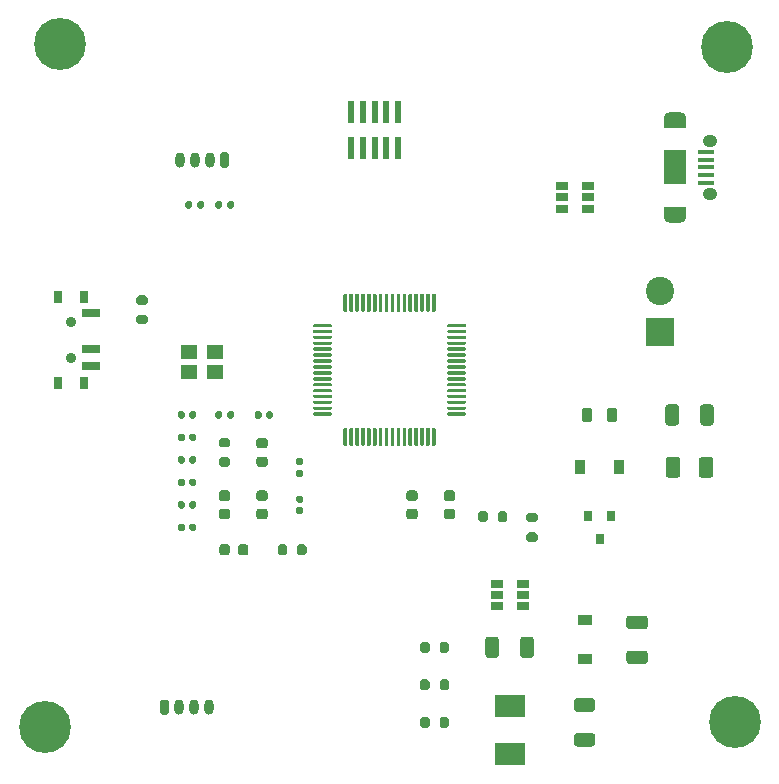
<source format=gbr>
%TF.GenerationSoftware,KiCad,Pcbnew,(5.1.9)-1*%
%TF.CreationDate,2021-05-06T02:52:03-06:00*%
%TF.ProjectId,stm32 design,73746d33-3220-4646-9573-69676e2e6b69,rev?*%
%TF.SameCoordinates,Original*%
%TF.FileFunction,Soldermask,Top*%
%TF.FilePolarity,Negative*%
%FSLAX46Y46*%
G04 Gerber Fmt 4.6, Leading zero omitted, Abs format (unit mm)*
G04 Created by KiCad (PCBNEW (5.1.9)-1) date 2021-05-06 02:52:03*
%MOMM*%
%LPD*%
G01*
G04 APERTURE LIST*
%ADD10O,1.250000X1.050000*%
%ADD11R,1.350000X0.400000*%
%ADD12O,1.900000X1.000000*%
%ADD13R,1.900000X2.900000*%
%ADD14R,1.900000X0.875000*%
%ADD15R,0.900000X1.200000*%
%ADD16R,1.200000X0.900000*%
%ADD17C,0.700000*%
%ADD18C,4.400000*%
%ADD19R,2.400000X2.400000*%
%ADD20C,2.400000*%
%ADD21R,0.500000X1.850000*%
%ADD22O,0.800000X1.300000*%
%ADD23R,2.500000X1.900000*%
%ADD24R,0.800000X0.900000*%
%ADD25C,0.900000*%
%ADD26R,1.500000X0.700000*%
%ADD27R,0.800000X1.000000*%
%ADD28R,1.060000X0.650000*%
%ADD29R,1.400000X1.200000*%
G04 APERTURE END LIST*
D10*
%TO.C,J2*%
X168100000Y-58100000D03*
D11*
X167775000Y-59025000D03*
X167775000Y-59675000D03*
X167775000Y-60325000D03*
X167775000Y-61625000D03*
D10*
X168100000Y-62550000D03*
D12*
X165100000Y-56150000D03*
X165100000Y-64500000D03*
D11*
X167775000Y-60975000D03*
D13*
X165100000Y-60325000D03*
D14*
X165100000Y-64062500D03*
X165100000Y-56587500D03*
%TD*%
%TO.C,C1*%
G36*
G01*
X130530000Y-81450000D02*
X130530000Y-81110000D01*
G75*
G02*
X130670000Y-80970000I140000J0D01*
G01*
X130950000Y-80970000D01*
G75*
G02*
X131090000Y-81110000I0J-140000D01*
G01*
X131090000Y-81450000D01*
G75*
G02*
X130950000Y-81590000I-140000J0D01*
G01*
X130670000Y-81590000D01*
G75*
G02*
X130530000Y-81450000I0J140000D01*
G01*
G37*
G36*
G01*
X129570000Y-81450000D02*
X129570000Y-81110000D01*
G75*
G02*
X129710000Y-80970000I140000J0D01*
G01*
X129990000Y-80970000D01*
G75*
G02*
X130130000Y-81110000I0J-140000D01*
G01*
X130130000Y-81450000D01*
G75*
G02*
X129990000Y-81590000I-140000J0D01*
G01*
X129710000Y-81590000D01*
G75*
G02*
X129570000Y-81450000I0J140000D01*
G01*
G37*
%TD*%
%TO.C,C2*%
G36*
G01*
X127250000Y-88575000D02*
X126750000Y-88575000D01*
G75*
G02*
X126525000Y-88350000I0J225000D01*
G01*
X126525000Y-87900000D01*
G75*
G02*
X126750000Y-87675000I225000J0D01*
G01*
X127250000Y-87675000D01*
G75*
G02*
X127475000Y-87900000I0J-225000D01*
G01*
X127475000Y-88350000D01*
G75*
G02*
X127250000Y-88575000I-225000J0D01*
G01*
G37*
G36*
G01*
X127250000Y-90125000D02*
X126750000Y-90125000D01*
G75*
G02*
X126525000Y-89900000I0J225000D01*
G01*
X126525000Y-89450000D01*
G75*
G02*
X126750000Y-89225000I225000J0D01*
G01*
X127250000Y-89225000D01*
G75*
G02*
X127475000Y-89450000I0J-225000D01*
G01*
X127475000Y-89900000D01*
G75*
G02*
X127250000Y-90125000I-225000J0D01*
G01*
G37*
%TD*%
%TO.C,C3*%
G36*
G01*
X124585000Y-81110000D02*
X124585000Y-81450000D01*
G75*
G02*
X124445000Y-81590000I-140000J0D01*
G01*
X124165000Y-81590000D01*
G75*
G02*
X124025000Y-81450000I0J140000D01*
G01*
X124025000Y-81110000D01*
G75*
G02*
X124165000Y-80970000I140000J0D01*
G01*
X124445000Y-80970000D01*
G75*
G02*
X124585000Y-81110000I0J-140000D01*
G01*
G37*
G36*
G01*
X123625000Y-81110000D02*
X123625000Y-81450000D01*
G75*
G02*
X123485000Y-81590000I-140000J0D01*
G01*
X123205000Y-81590000D01*
G75*
G02*
X123065000Y-81450000I0J140000D01*
G01*
X123065000Y-81110000D01*
G75*
G02*
X123205000Y-80970000I140000J0D01*
G01*
X123485000Y-80970000D01*
G75*
G02*
X123625000Y-81110000I0J-140000D01*
G01*
G37*
%TD*%
%TO.C,C4*%
G36*
G01*
X124025000Y-85260000D02*
X124025000Y-84920000D01*
G75*
G02*
X124165000Y-84780000I140000J0D01*
G01*
X124445000Y-84780000D01*
G75*
G02*
X124585000Y-84920000I0J-140000D01*
G01*
X124585000Y-85260000D01*
G75*
G02*
X124445000Y-85400000I-140000J0D01*
G01*
X124165000Y-85400000D01*
G75*
G02*
X124025000Y-85260000I0J140000D01*
G01*
G37*
G36*
G01*
X123065000Y-85260000D02*
X123065000Y-84920000D01*
G75*
G02*
X123205000Y-84780000I140000J0D01*
G01*
X123485000Y-84780000D01*
G75*
G02*
X123625000Y-84920000I0J-140000D01*
G01*
X123625000Y-85260000D01*
G75*
G02*
X123485000Y-85400000I-140000J0D01*
G01*
X123205000Y-85400000D01*
G75*
G02*
X123065000Y-85260000I0J140000D01*
G01*
G37*
%TD*%
%TO.C,C5*%
G36*
G01*
X124585000Y-83015000D02*
X124585000Y-83355000D01*
G75*
G02*
X124445000Y-83495000I-140000J0D01*
G01*
X124165000Y-83495000D01*
G75*
G02*
X124025000Y-83355000I0J140000D01*
G01*
X124025000Y-83015000D01*
G75*
G02*
X124165000Y-82875000I140000J0D01*
G01*
X124445000Y-82875000D01*
G75*
G02*
X124585000Y-83015000I0J-140000D01*
G01*
G37*
G36*
G01*
X123625000Y-83015000D02*
X123625000Y-83355000D01*
G75*
G02*
X123485000Y-83495000I-140000J0D01*
G01*
X123205000Y-83495000D01*
G75*
G02*
X123065000Y-83355000I0J140000D01*
G01*
X123065000Y-83015000D01*
G75*
G02*
X123205000Y-82875000I140000J0D01*
G01*
X123485000Y-82875000D01*
G75*
G02*
X123625000Y-83015000I0J-140000D01*
G01*
G37*
%TD*%
%TO.C,C6*%
G36*
G01*
X123625000Y-90635000D02*
X123625000Y-90975000D01*
G75*
G02*
X123485000Y-91115000I-140000J0D01*
G01*
X123205000Y-91115000D01*
G75*
G02*
X123065000Y-90975000I0J140000D01*
G01*
X123065000Y-90635000D01*
G75*
G02*
X123205000Y-90495000I140000J0D01*
G01*
X123485000Y-90495000D01*
G75*
G02*
X123625000Y-90635000I0J-140000D01*
G01*
G37*
G36*
G01*
X124585000Y-90635000D02*
X124585000Y-90975000D01*
G75*
G02*
X124445000Y-91115000I-140000J0D01*
G01*
X124165000Y-91115000D01*
G75*
G02*
X124025000Y-90975000I0J140000D01*
G01*
X124025000Y-90635000D01*
G75*
G02*
X124165000Y-90495000I140000J0D01*
G01*
X124445000Y-90495000D01*
G75*
G02*
X124585000Y-90635000I0J-140000D01*
G01*
G37*
%TD*%
%TO.C,C7*%
G36*
G01*
X142625000Y-87675000D02*
X143125000Y-87675000D01*
G75*
G02*
X143350000Y-87900000I0J-225000D01*
G01*
X143350000Y-88350000D01*
G75*
G02*
X143125000Y-88575000I-225000J0D01*
G01*
X142625000Y-88575000D01*
G75*
G02*
X142400000Y-88350000I0J225000D01*
G01*
X142400000Y-87900000D01*
G75*
G02*
X142625000Y-87675000I225000J0D01*
G01*
G37*
G36*
G01*
X142625000Y-89225000D02*
X143125000Y-89225000D01*
G75*
G02*
X143350000Y-89450000I0J-225000D01*
G01*
X143350000Y-89900000D01*
G75*
G02*
X143125000Y-90125000I-225000J0D01*
G01*
X142625000Y-90125000D01*
G75*
G02*
X142400000Y-89900000I0J225000D01*
G01*
X142400000Y-89450000D01*
G75*
G02*
X142625000Y-89225000I225000J0D01*
G01*
G37*
%TD*%
%TO.C,C8*%
G36*
G01*
X145800000Y-89225000D02*
X146300000Y-89225000D01*
G75*
G02*
X146525000Y-89450000I0J-225000D01*
G01*
X146525000Y-89900000D01*
G75*
G02*
X146300000Y-90125000I-225000J0D01*
G01*
X145800000Y-90125000D01*
G75*
G02*
X145575000Y-89900000I0J225000D01*
G01*
X145575000Y-89450000D01*
G75*
G02*
X145800000Y-89225000I225000J0D01*
G01*
G37*
G36*
G01*
X145800000Y-87675000D02*
X146300000Y-87675000D01*
G75*
G02*
X146525000Y-87900000I0J-225000D01*
G01*
X146525000Y-88350000D01*
G75*
G02*
X146300000Y-88575000I-225000J0D01*
G01*
X145800000Y-88575000D01*
G75*
G02*
X145575000Y-88350000I0J225000D01*
G01*
X145575000Y-87900000D01*
G75*
G02*
X145800000Y-87675000I225000J0D01*
G01*
G37*
%TD*%
%TO.C,C9*%
G36*
G01*
X124585000Y-86825000D02*
X124585000Y-87165000D01*
G75*
G02*
X124445000Y-87305000I-140000J0D01*
G01*
X124165000Y-87305000D01*
G75*
G02*
X124025000Y-87165000I0J140000D01*
G01*
X124025000Y-86825000D01*
G75*
G02*
X124165000Y-86685000I140000J0D01*
G01*
X124445000Y-86685000D01*
G75*
G02*
X124585000Y-86825000I0J-140000D01*
G01*
G37*
G36*
G01*
X123625000Y-86825000D02*
X123625000Y-87165000D01*
G75*
G02*
X123485000Y-87305000I-140000J0D01*
G01*
X123205000Y-87305000D01*
G75*
G02*
X123065000Y-87165000I0J140000D01*
G01*
X123065000Y-86825000D01*
G75*
G02*
X123205000Y-86685000I140000J0D01*
G01*
X123485000Y-86685000D01*
G75*
G02*
X123625000Y-86825000I0J-140000D01*
G01*
G37*
%TD*%
%TO.C,C10*%
G36*
G01*
X123625000Y-88730000D02*
X123625000Y-89070000D01*
G75*
G02*
X123485000Y-89210000I-140000J0D01*
G01*
X123205000Y-89210000D01*
G75*
G02*
X123065000Y-89070000I0J140000D01*
G01*
X123065000Y-88730000D01*
G75*
G02*
X123205000Y-88590000I140000J0D01*
G01*
X123485000Y-88590000D01*
G75*
G02*
X123625000Y-88730000I0J-140000D01*
G01*
G37*
G36*
G01*
X124585000Y-88730000D02*
X124585000Y-89070000D01*
G75*
G02*
X124445000Y-89210000I-140000J0D01*
G01*
X124165000Y-89210000D01*
G75*
G02*
X124025000Y-89070000I0J140000D01*
G01*
X124025000Y-88730000D01*
G75*
G02*
X124165000Y-88590000I140000J0D01*
G01*
X124445000Y-88590000D01*
G75*
G02*
X124585000Y-88730000I0J-140000D01*
G01*
G37*
%TD*%
%TO.C,C11*%
G36*
G01*
X133180000Y-88140000D02*
X133520000Y-88140000D01*
G75*
G02*
X133660000Y-88280000I0J-140000D01*
G01*
X133660000Y-88560000D01*
G75*
G02*
X133520000Y-88700000I-140000J0D01*
G01*
X133180000Y-88700000D01*
G75*
G02*
X133040000Y-88560000I0J140000D01*
G01*
X133040000Y-88280000D01*
G75*
G02*
X133180000Y-88140000I140000J0D01*
G01*
G37*
G36*
G01*
X133180000Y-89100000D02*
X133520000Y-89100000D01*
G75*
G02*
X133660000Y-89240000I0J-140000D01*
G01*
X133660000Y-89520000D01*
G75*
G02*
X133520000Y-89660000I-140000J0D01*
G01*
X133180000Y-89660000D01*
G75*
G02*
X133040000Y-89520000I0J140000D01*
G01*
X133040000Y-89240000D01*
G75*
G02*
X133180000Y-89100000I140000J0D01*
G01*
G37*
%TD*%
%TO.C,C12*%
G36*
G01*
X130425000Y-90125000D02*
X129925000Y-90125000D01*
G75*
G02*
X129700000Y-89900000I0J225000D01*
G01*
X129700000Y-89450000D01*
G75*
G02*
X129925000Y-89225000I225000J0D01*
G01*
X130425000Y-89225000D01*
G75*
G02*
X130650000Y-89450000I0J-225000D01*
G01*
X130650000Y-89900000D01*
G75*
G02*
X130425000Y-90125000I-225000J0D01*
G01*
G37*
G36*
G01*
X130425000Y-88575000D02*
X129925000Y-88575000D01*
G75*
G02*
X129700000Y-88350000I0J225000D01*
G01*
X129700000Y-87900000D01*
G75*
G02*
X129925000Y-87675000I225000J0D01*
G01*
X130425000Y-87675000D01*
G75*
G02*
X130650000Y-87900000I0J-225000D01*
G01*
X130650000Y-88350000D01*
G75*
G02*
X130425000Y-88575000I-225000J0D01*
G01*
G37*
%TD*%
%TO.C,C13*%
G36*
G01*
X167270000Y-81930001D02*
X167270000Y-80629999D01*
G75*
G02*
X167519999Y-80380000I249999J0D01*
G01*
X168170001Y-80380000D01*
G75*
G02*
X168420000Y-80629999I0J-249999D01*
G01*
X168420000Y-81930001D01*
G75*
G02*
X168170001Y-82180000I-249999J0D01*
G01*
X167519999Y-82180000D01*
G75*
G02*
X167270000Y-81930001I0J249999D01*
G01*
G37*
G36*
G01*
X164320000Y-81930001D02*
X164320000Y-80629999D01*
G75*
G02*
X164569999Y-80380000I249999J0D01*
G01*
X165220001Y-80380000D01*
G75*
G02*
X165470000Y-80629999I0J-249999D01*
G01*
X165470000Y-81930001D01*
G75*
G02*
X165220001Y-82180000I-249999J0D01*
G01*
X164569999Y-82180000D01*
G75*
G02*
X164320000Y-81930001I0J249999D01*
G01*
G37*
%TD*%
%TO.C,C14*%
G36*
G01*
X153180000Y-100314999D02*
X153180000Y-101615001D01*
G75*
G02*
X152930001Y-101865000I-249999J0D01*
G01*
X152279999Y-101865000D01*
G75*
G02*
X152030000Y-101615001I0J249999D01*
G01*
X152030000Y-100314999D01*
G75*
G02*
X152279999Y-100065000I249999J0D01*
G01*
X152930001Y-100065000D01*
G75*
G02*
X153180000Y-100314999I0J-249999D01*
G01*
G37*
G36*
G01*
X150230000Y-100314999D02*
X150230000Y-101615001D01*
G75*
G02*
X149980001Y-101865000I-249999J0D01*
G01*
X149329999Y-101865000D01*
G75*
G02*
X149080000Y-101615001I0J249999D01*
G01*
X149080000Y-100314999D01*
G75*
G02*
X149329999Y-100065000I249999J0D01*
G01*
X149980001Y-100065000D01*
G75*
G02*
X150230000Y-100314999I0J-249999D01*
G01*
G37*
%TD*%
%TO.C,C15*%
G36*
G01*
X156829999Y-105265000D02*
X158130001Y-105265000D01*
G75*
G02*
X158380000Y-105514999I0J-249999D01*
G01*
X158380000Y-106165001D01*
G75*
G02*
X158130001Y-106415000I-249999J0D01*
G01*
X156829999Y-106415000D01*
G75*
G02*
X156580000Y-106165001I0J249999D01*
G01*
X156580000Y-105514999D01*
G75*
G02*
X156829999Y-105265000I249999J0D01*
G01*
G37*
G36*
G01*
X156829999Y-108215000D02*
X158130001Y-108215000D01*
G75*
G02*
X158380000Y-108464999I0J-249999D01*
G01*
X158380000Y-109115001D01*
G75*
G02*
X158130001Y-109365000I-249999J0D01*
G01*
X156829999Y-109365000D01*
G75*
G02*
X156580000Y-109115001I0J249999D01*
G01*
X156580000Y-108464999D01*
G75*
G02*
X156829999Y-108215000I249999J0D01*
G01*
G37*
%TD*%
%TO.C,C16*%
G36*
G01*
X162575001Y-99430000D02*
X161274999Y-99430000D01*
G75*
G02*
X161025000Y-99180001I0J249999D01*
G01*
X161025000Y-98529999D01*
G75*
G02*
X161274999Y-98280000I249999J0D01*
G01*
X162575001Y-98280000D01*
G75*
G02*
X162825000Y-98529999I0J-249999D01*
G01*
X162825000Y-99180001D01*
G75*
G02*
X162575001Y-99430000I-249999J0D01*
G01*
G37*
G36*
G01*
X162575001Y-102380000D02*
X161274999Y-102380000D01*
G75*
G02*
X161025000Y-102130001I0J249999D01*
G01*
X161025000Y-101479999D01*
G75*
G02*
X161274999Y-101230000I249999J0D01*
G01*
X162575001Y-101230000D01*
G75*
G02*
X162825000Y-101479999I0J-249999D01*
G01*
X162825000Y-102130001D01*
G75*
G02*
X162575001Y-102380000I-249999J0D01*
G01*
G37*
%TD*%
%TO.C,D1*%
G36*
G01*
X130431250Y-84105000D02*
X129918750Y-84105000D01*
G75*
G02*
X129700000Y-83886250I0J218750D01*
G01*
X129700000Y-83448750D01*
G75*
G02*
X129918750Y-83230000I218750J0D01*
G01*
X130431250Y-83230000D01*
G75*
G02*
X130650000Y-83448750I0J-218750D01*
G01*
X130650000Y-83886250D01*
G75*
G02*
X130431250Y-84105000I-218750J0D01*
G01*
G37*
G36*
G01*
X130431250Y-85680000D02*
X129918750Y-85680000D01*
G75*
G02*
X129700000Y-85461250I0J218750D01*
G01*
X129700000Y-85023750D01*
G75*
G02*
X129918750Y-84805000I218750J0D01*
G01*
X130431250Y-84805000D01*
G75*
G02*
X130650000Y-85023750I0J-218750D01*
G01*
X130650000Y-85461250D01*
G75*
G02*
X130431250Y-85680000I-218750J0D01*
G01*
G37*
%TD*%
D15*
%TO.C,D2*%
X160400000Y-85725000D03*
X157100000Y-85725000D03*
%TD*%
D16*
%TO.C,D3*%
X157480000Y-98680000D03*
X157480000Y-101980000D03*
%TD*%
%TO.C,D4*%
G36*
G01*
X126562500Y-92966250D02*
X126562500Y-92453750D01*
G75*
G02*
X126781250Y-92235000I218750J0D01*
G01*
X127218750Y-92235000D01*
G75*
G02*
X127437500Y-92453750I0J-218750D01*
G01*
X127437500Y-92966250D01*
G75*
G02*
X127218750Y-93185000I-218750J0D01*
G01*
X126781250Y-93185000D01*
G75*
G02*
X126562500Y-92966250I0J218750D01*
G01*
G37*
G36*
G01*
X128137500Y-92966250D02*
X128137500Y-92453750D01*
G75*
G02*
X128356250Y-92235000I218750J0D01*
G01*
X128793750Y-92235000D01*
G75*
G02*
X129012500Y-92453750I0J-218750D01*
G01*
X129012500Y-92966250D01*
G75*
G02*
X128793750Y-93185000I-218750J0D01*
G01*
X128356250Y-93185000D01*
G75*
G02*
X128137500Y-92966250I0J218750D01*
G01*
G37*
%TD*%
%TO.C,F1*%
G36*
G01*
X164345000Y-86350000D02*
X164345000Y-85100000D01*
G75*
G02*
X164595000Y-84850000I250000J0D01*
G01*
X165345000Y-84850000D01*
G75*
G02*
X165595000Y-85100000I0J-250000D01*
G01*
X165595000Y-86350000D01*
G75*
G02*
X165345000Y-86600000I-250000J0D01*
G01*
X164595000Y-86600000D01*
G75*
G02*
X164345000Y-86350000I0J250000D01*
G01*
G37*
G36*
G01*
X167145000Y-86350000D02*
X167145000Y-85100000D01*
G75*
G02*
X167395000Y-84850000I250000J0D01*
G01*
X168145000Y-84850000D01*
G75*
G02*
X168395000Y-85100000I0J-250000D01*
G01*
X168395000Y-86350000D01*
G75*
G02*
X168145000Y-86600000I-250000J0D01*
G01*
X167395000Y-86600000D01*
G75*
G02*
X167145000Y-86350000I0J250000D01*
G01*
G37*
%TD*%
%TO.C,FB1*%
G36*
G01*
X160250000Y-80898750D02*
X160250000Y-81661250D01*
G75*
G02*
X160031250Y-81880000I-218750J0D01*
G01*
X159593750Y-81880000D01*
G75*
G02*
X159375000Y-81661250I0J218750D01*
G01*
X159375000Y-80898750D01*
G75*
G02*
X159593750Y-80680000I218750J0D01*
G01*
X160031250Y-80680000D01*
G75*
G02*
X160250000Y-80898750I0J-218750D01*
G01*
G37*
G36*
G01*
X158125000Y-80898750D02*
X158125000Y-81661250D01*
G75*
G02*
X157906250Y-81880000I-218750J0D01*
G01*
X157468750Y-81880000D01*
G75*
G02*
X157250000Y-81661250I0J218750D01*
G01*
X157250000Y-80898750D01*
G75*
G02*
X157468750Y-80680000I218750J0D01*
G01*
X157906250Y-80680000D01*
G75*
G02*
X158125000Y-80898750I0J-218750D01*
G01*
G37*
%TD*%
D17*
%TO.C,H1*%
X112926726Y-106528274D03*
X111760000Y-106045000D03*
X110593274Y-106528274D03*
X110110000Y-107695000D03*
X110593274Y-108861726D03*
X111760000Y-109345000D03*
X112926726Y-108861726D03*
X113410000Y-107695000D03*
D18*
X111760000Y-107695000D03*
%TD*%
%TO.C,H2*%
X169545000Y-50165000D03*
D17*
X171195000Y-50165000D03*
X170711726Y-51331726D03*
X169545000Y-51815000D03*
X168378274Y-51331726D03*
X167895000Y-50165000D03*
X168378274Y-48998274D03*
X169545000Y-48515000D03*
X170711726Y-48998274D03*
%TD*%
%TO.C,H3*%
X114196726Y-48743274D03*
X113030000Y-48260000D03*
X111863274Y-48743274D03*
X111380000Y-49910000D03*
X111863274Y-51076726D03*
X113030000Y-51560000D03*
X114196726Y-51076726D03*
X114680000Y-49910000D03*
D18*
X113030000Y-49910000D03*
%TD*%
%TO.C,H4*%
X170180000Y-107315000D03*
D17*
X171830000Y-107315000D03*
X171346726Y-108481726D03*
X170180000Y-108965000D03*
X169013274Y-108481726D03*
X168530000Y-107315000D03*
X169013274Y-106148274D03*
X170180000Y-105665000D03*
X171346726Y-106148274D03*
%TD*%
D19*
%TO.C,J1*%
X163830000Y-74295000D03*
D20*
X163830000Y-70795000D03*
%TD*%
D21*
%TO.C,J3*%
X141700000Y-58675000D03*
X141700000Y-55625000D03*
X140700000Y-58675000D03*
X140700000Y-55625000D03*
X139700000Y-58675000D03*
X139700000Y-55625000D03*
X138700000Y-58675000D03*
X138700000Y-55625000D03*
X137700000Y-58675000D03*
X137700000Y-55625000D03*
%TD*%
%TO.C,J4*%
G36*
G01*
X127400000Y-59240000D02*
X127400000Y-60140000D01*
G75*
G02*
X127200000Y-60340000I-200000J0D01*
G01*
X126800000Y-60340000D01*
G75*
G02*
X126600000Y-60140000I0J200000D01*
G01*
X126600000Y-59240000D01*
G75*
G02*
X126800000Y-59040000I200000J0D01*
G01*
X127200000Y-59040000D01*
G75*
G02*
X127400000Y-59240000I0J-200000D01*
G01*
G37*
D22*
X125750000Y-59690000D03*
X124500000Y-59690000D03*
X123250000Y-59690000D03*
%TD*%
%TO.C,J5*%
X125670000Y-106045000D03*
X124420000Y-106045000D03*
X123170000Y-106045000D03*
G36*
G01*
X121520000Y-106495000D02*
X121520000Y-105595000D01*
G75*
G02*
X121720000Y-105395000I200000J0D01*
G01*
X122120000Y-105395000D01*
G75*
G02*
X122320000Y-105595000I0J-200000D01*
G01*
X122320000Y-106495000D01*
G75*
G02*
X122120000Y-106695000I-200000J0D01*
G01*
X121720000Y-106695000D01*
G75*
G02*
X121520000Y-106495000I0J200000D01*
G01*
G37*
%TD*%
%TO.C,L1*%
G36*
G01*
X133177500Y-84945000D02*
X133522500Y-84945000D01*
G75*
G02*
X133670000Y-85092500I0J-147500D01*
G01*
X133670000Y-85387500D01*
G75*
G02*
X133522500Y-85535000I-147500J0D01*
G01*
X133177500Y-85535000D01*
G75*
G02*
X133030000Y-85387500I0J147500D01*
G01*
X133030000Y-85092500D01*
G75*
G02*
X133177500Y-84945000I147500J0D01*
G01*
G37*
G36*
G01*
X133177500Y-85915000D02*
X133522500Y-85915000D01*
G75*
G02*
X133670000Y-86062500I0J-147500D01*
G01*
X133670000Y-86357500D01*
G75*
G02*
X133522500Y-86505000I-147500J0D01*
G01*
X133177500Y-86505000D01*
G75*
G02*
X133030000Y-86357500I0J147500D01*
G01*
X133030000Y-86062500D01*
G75*
G02*
X133177500Y-85915000I147500J0D01*
G01*
G37*
%TD*%
D23*
%TO.C,L2*%
X151130000Y-110000000D03*
X151130000Y-105900000D03*
%TD*%
D24*
%TO.C,Q1*%
X159700000Y-89805000D03*
X157800000Y-89805000D03*
X158750000Y-91805000D03*
%TD*%
%TO.C,R1*%
G36*
G01*
X127275000Y-84030000D02*
X126725000Y-84030000D01*
G75*
G02*
X126525000Y-83830000I0J200000D01*
G01*
X126525000Y-83430000D01*
G75*
G02*
X126725000Y-83230000I200000J0D01*
G01*
X127275000Y-83230000D01*
G75*
G02*
X127475000Y-83430000I0J-200000D01*
G01*
X127475000Y-83830000D01*
G75*
G02*
X127275000Y-84030000I-200000J0D01*
G01*
G37*
G36*
G01*
X127275000Y-85680000D02*
X126725000Y-85680000D01*
G75*
G02*
X126525000Y-85480000I0J200000D01*
G01*
X126525000Y-85080000D01*
G75*
G02*
X126725000Y-84880000I200000J0D01*
G01*
X127275000Y-84880000D01*
G75*
G02*
X127475000Y-85080000I0J-200000D01*
G01*
X127475000Y-85480000D01*
G75*
G02*
X127275000Y-85680000I-200000J0D01*
G01*
G37*
%TD*%
%TO.C,R2*%
G36*
G01*
X127240000Y-63685000D02*
X127240000Y-63315000D01*
G75*
G02*
X127375000Y-63180000I135000J0D01*
G01*
X127645000Y-63180000D01*
G75*
G02*
X127780000Y-63315000I0J-135000D01*
G01*
X127780000Y-63685000D01*
G75*
G02*
X127645000Y-63820000I-135000J0D01*
G01*
X127375000Y-63820000D01*
G75*
G02*
X127240000Y-63685000I0J135000D01*
G01*
G37*
G36*
G01*
X126220000Y-63685000D02*
X126220000Y-63315000D01*
G75*
G02*
X126355000Y-63180000I135000J0D01*
G01*
X126625000Y-63180000D01*
G75*
G02*
X126760000Y-63315000I0J-135000D01*
G01*
X126760000Y-63685000D01*
G75*
G02*
X126625000Y-63820000I-135000J0D01*
G01*
X126355000Y-63820000D01*
G75*
G02*
X126220000Y-63685000I0J135000D01*
G01*
G37*
%TD*%
%TO.C,R3*%
G36*
G01*
X119740000Y-72815000D02*
X120290000Y-72815000D01*
G75*
G02*
X120490000Y-73015000I0J-200000D01*
G01*
X120490000Y-73415000D01*
G75*
G02*
X120290000Y-73615000I-200000J0D01*
G01*
X119740000Y-73615000D01*
G75*
G02*
X119540000Y-73415000I0J200000D01*
G01*
X119540000Y-73015000D01*
G75*
G02*
X119740000Y-72815000I200000J0D01*
G01*
G37*
G36*
G01*
X119740000Y-71165000D02*
X120290000Y-71165000D01*
G75*
G02*
X120490000Y-71365000I0J-200000D01*
G01*
X120490000Y-71765000D01*
G75*
G02*
X120290000Y-71965000I-200000J0D01*
G01*
X119740000Y-71965000D01*
G75*
G02*
X119540000Y-71765000I0J200000D01*
G01*
X119540000Y-71365000D01*
G75*
G02*
X119740000Y-71165000I200000J0D01*
G01*
G37*
%TD*%
%TO.C,R4*%
G36*
G01*
X126220000Y-81465000D02*
X126220000Y-81095000D01*
G75*
G02*
X126355000Y-80960000I135000J0D01*
G01*
X126625000Y-80960000D01*
G75*
G02*
X126760000Y-81095000I0J-135000D01*
G01*
X126760000Y-81465000D01*
G75*
G02*
X126625000Y-81600000I-135000J0D01*
G01*
X126355000Y-81600000D01*
G75*
G02*
X126220000Y-81465000I0J135000D01*
G01*
G37*
G36*
G01*
X127240000Y-81465000D02*
X127240000Y-81095000D01*
G75*
G02*
X127375000Y-80960000I135000J0D01*
G01*
X127645000Y-80960000D01*
G75*
G02*
X127780000Y-81095000I0J-135000D01*
G01*
X127780000Y-81465000D01*
G75*
G02*
X127645000Y-81600000I-135000J0D01*
G01*
X127375000Y-81600000D01*
G75*
G02*
X127240000Y-81465000I0J135000D01*
G01*
G37*
%TD*%
%TO.C,R5*%
G36*
G01*
X123680000Y-63685000D02*
X123680000Y-63315000D01*
G75*
G02*
X123815000Y-63180000I135000J0D01*
G01*
X124085000Y-63180000D01*
G75*
G02*
X124220000Y-63315000I0J-135000D01*
G01*
X124220000Y-63685000D01*
G75*
G02*
X124085000Y-63820000I-135000J0D01*
G01*
X123815000Y-63820000D01*
G75*
G02*
X123680000Y-63685000I0J135000D01*
G01*
G37*
G36*
G01*
X124700000Y-63685000D02*
X124700000Y-63315000D01*
G75*
G02*
X124835000Y-63180000I135000J0D01*
G01*
X125105000Y-63180000D01*
G75*
G02*
X125240000Y-63315000I0J-135000D01*
G01*
X125240000Y-63685000D01*
G75*
G02*
X125105000Y-63820000I-135000J0D01*
G01*
X124835000Y-63820000D01*
G75*
G02*
X124700000Y-63685000I0J135000D01*
G01*
G37*
%TD*%
%TO.C,R6*%
G36*
G01*
X153310000Y-92030000D02*
X152760000Y-92030000D01*
G75*
G02*
X152560000Y-91830000I0J200000D01*
G01*
X152560000Y-91430000D01*
G75*
G02*
X152760000Y-91230000I200000J0D01*
G01*
X153310000Y-91230000D01*
G75*
G02*
X153510000Y-91430000I0J-200000D01*
G01*
X153510000Y-91830000D01*
G75*
G02*
X153310000Y-92030000I-200000J0D01*
G01*
G37*
G36*
G01*
X153310000Y-90380000D02*
X152760000Y-90380000D01*
G75*
G02*
X152560000Y-90180000I0J200000D01*
G01*
X152560000Y-89780000D01*
G75*
G02*
X152760000Y-89580000I200000J0D01*
G01*
X153310000Y-89580000D01*
G75*
G02*
X153510000Y-89780000I0J-200000D01*
G01*
X153510000Y-90180000D01*
G75*
G02*
X153310000Y-90380000I-200000J0D01*
G01*
G37*
%TD*%
%TO.C,R7*%
G36*
G01*
X149275000Y-89625000D02*
X149275000Y-90175000D01*
G75*
G02*
X149075000Y-90375000I-200000J0D01*
G01*
X148675000Y-90375000D01*
G75*
G02*
X148475000Y-90175000I0J200000D01*
G01*
X148475000Y-89625000D01*
G75*
G02*
X148675000Y-89425000I200000J0D01*
G01*
X149075000Y-89425000D01*
G75*
G02*
X149275000Y-89625000I0J-200000D01*
G01*
G37*
G36*
G01*
X150925000Y-89625000D02*
X150925000Y-90175000D01*
G75*
G02*
X150725000Y-90375000I-200000J0D01*
G01*
X150325000Y-90375000D01*
G75*
G02*
X150125000Y-90175000I0J200000D01*
G01*
X150125000Y-89625000D01*
G75*
G02*
X150325000Y-89425000I200000J0D01*
G01*
X150725000Y-89425000D01*
G75*
G02*
X150925000Y-89625000I0J-200000D01*
G01*
G37*
%TD*%
%TO.C,R8*%
G36*
G01*
X146005000Y-100690000D02*
X146005000Y-101240000D01*
G75*
G02*
X145805000Y-101440000I-200000J0D01*
G01*
X145405000Y-101440000D01*
G75*
G02*
X145205000Y-101240000I0J200000D01*
G01*
X145205000Y-100690000D01*
G75*
G02*
X145405000Y-100490000I200000J0D01*
G01*
X145805000Y-100490000D01*
G75*
G02*
X146005000Y-100690000I0J-200000D01*
G01*
G37*
G36*
G01*
X144355000Y-100690000D02*
X144355000Y-101240000D01*
G75*
G02*
X144155000Y-101440000I-200000J0D01*
G01*
X143755000Y-101440000D01*
G75*
G02*
X143555000Y-101240000I0J200000D01*
G01*
X143555000Y-100690000D01*
G75*
G02*
X143755000Y-100490000I200000J0D01*
G01*
X144155000Y-100490000D01*
G75*
G02*
X144355000Y-100690000I0J-200000D01*
G01*
G37*
%TD*%
%TO.C,R9*%
G36*
G01*
X145205000Y-104415000D02*
X145205000Y-103865000D01*
G75*
G02*
X145405000Y-103665000I200000J0D01*
G01*
X145805000Y-103665000D01*
G75*
G02*
X146005000Y-103865000I0J-200000D01*
G01*
X146005000Y-104415000D01*
G75*
G02*
X145805000Y-104615000I-200000J0D01*
G01*
X145405000Y-104615000D01*
G75*
G02*
X145205000Y-104415000I0J200000D01*
G01*
G37*
G36*
G01*
X143555000Y-104415000D02*
X143555000Y-103865000D01*
G75*
G02*
X143755000Y-103665000I200000J0D01*
G01*
X144155000Y-103665000D01*
G75*
G02*
X144355000Y-103865000I0J-200000D01*
G01*
X144355000Y-104415000D01*
G75*
G02*
X144155000Y-104615000I-200000J0D01*
G01*
X143755000Y-104615000D01*
G75*
G02*
X143555000Y-104415000I0J200000D01*
G01*
G37*
%TD*%
%TO.C,R10*%
G36*
G01*
X143555000Y-107590000D02*
X143555000Y-107040000D01*
G75*
G02*
X143755000Y-106840000I200000J0D01*
G01*
X144155000Y-106840000D01*
G75*
G02*
X144355000Y-107040000I0J-200000D01*
G01*
X144355000Y-107590000D01*
G75*
G02*
X144155000Y-107790000I-200000J0D01*
G01*
X143755000Y-107790000D01*
G75*
G02*
X143555000Y-107590000I0J200000D01*
G01*
G37*
G36*
G01*
X145205000Y-107590000D02*
X145205000Y-107040000D01*
G75*
G02*
X145405000Y-106840000I200000J0D01*
G01*
X145805000Y-106840000D01*
G75*
G02*
X146005000Y-107040000I0J-200000D01*
G01*
X146005000Y-107590000D01*
G75*
G02*
X145805000Y-107790000I-200000J0D01*
G01*
X145405000Y-107790000D01*
G75*
G02*
X145205000Y-107590000I0J200000D01*
G01*
G37*
%TD*%
%TO.C,R11*%
G36*
G01*
X133940000Y-92435000D02*
X133940000Y-92985000D01*
G75*
G02*
X133740000Y-93185000I-200000J0D01*
G01*
X133340000Y-93185000D01*
G75*
G02*
X133140000Y-92985000I0J200000D01*
G01*
X133140000Y-92435000D01*
G75*
G02*
X133340000Y-92235000I200000J0D01*
G01*
X133740000Y-92235000D01*
G75*
G02*
X133940000Y-92435000I0J-200000D01*
G01*
G37*
G36*
G01*
X132290000Y-92435000D02*
X132290000Y-92985000D01*
G75*
G02*
X132090000Y-93185000I-200000J0D01*
G01*
X131690000Y-93185000D01*
G75*
G02*
X131490000Y-92985000I0J200000D01*
G01*
X131490000Y-92435000D01*
G75*
G02*
X131690000Y-92235000I200000J0D01*
G01*
X132090000Y-92235000D01*
G75*
G02*
X132290000Y-92435000I0J-200000D01*
G01*
G37*
%TD*%
D25*
%TO.C,SW1*%
X113970000Y-73430000D03*
X113970000Y-76430000D03*
D26*
X115730000Y-72680000D03*
X115730000Y-75680000D03*
X115730000Y-77180000D03*
D27*
X112870000Y-71280000D03*
X112870000Y-78580000D03*
X115080000Y-78580000D03*
X115080000Y-71280000D03*
%TD*%
%TO.C,U1*%
G36*
G01*
X134520000Y-73795000D02*
X134520000Y-73645000D01*
G75*
G02*
X134595000Y-73570000I75000J0D01*
G01*
X135995000Y-73570000D01*
G75*
G02*
X136070000Y-73645000I0J-75000D01*
G01*
X136070000Y-73795000D01*
G75*
G02*
X135995000Y-73870000I-75000J0D01*
G01*
X134595000Y-73870000D01*
G75*
G02*
X134520000Y-73795000I0J75000D01*
G01*
G37*
G36*
G01*
X134520000Y-74295000D02*
X134520000Y-74145000D01*
G75*
G02*
X134595000Y-74070000I75000J0D01*
G01*
X135995000Y-74070000D01*
G75*
G02*
X136070000Y-74145000I0J-75000D01*
G01*
X136070000Y-74295000D01*
G75*
G02*
X135995000Y-74370000I-75000J0D01*
G01*
X134595000Y-74370000D01*
G75*
G02*
X134520000Y-74295000I0J75000D01*
G01*
G37*
G36*
G01*
X134520000Y-74795000D02*
X134520000Y-74645000D01*
G75*
G02*
X134595000Y-74570000I75000J0D01*
G01*
X135995000Y-74570000D01*
G75*
G02*
X136070000Y-74645000I0J-75000D01*
G01*
X136070000Y-74795000D01*
G75*
G02*
X135995000Y-74870000I-75000J0D01*
G01*
X134595000Y-74870000D01*
G75*
G02*
X134520000Y-74795000I0J75000D01*
G01*
G37*
G36*
G01*
X134520000Y-75295000D02*
X134520000Y-75145000D01*
G75*
G02*
X134595000Y-75070000I75000J0D01*
G01*
X135995000Y-75070000D01*
G75*
G02*
X136070000Y-75145000I0J-75000D01*
G01*
X136070000Y-75295000D01*
G75*
G02*
X135995000Y-75370000I-75000J0D01*
G01*
X134595000Y-75370000D01*
G75*
G02*
X134520000Y-75295000I0J75000D01*
G01*
G37*
G36*
G01*
X134520000Y-75795000D02*
X134520000Y-75645000D01*
G75*
G02*
X134595000Y-75570000I75000J0D01*
G01*
X135995000Y-75570000D01*
G75*
G02*
X136070000Y-75645000I0J-75000D01*
G01*
X136070000Y-75795000D01*
G75*
G02*
X135995000Y-75870000I-75000J0D01*
G01*
X134595000Y-75870000D01*
G75*
G02*
X134520000Y-75795000I0J75000D01*
G01*
G37*
G36*
G01*
X134520000Y-76295000D02*
X134520000Y-76145000D01*
G75*
G02*
X134595000Y-76070000I75000J0D01*
G01*
X135995000Y-76070000D01*
G75*
G02*
X136070000Y-76145000I0J-75000D01*
G01*
X136070000Y-76295000D01*
G75*
G02*
X135995000Y-76370000I-75000J0D01*
G01*
X134595000Y-76370000D01*
G75*
G02*
X134520000Y-76295000I0J75000D01*
G01*
G37*
G36*
G01*
X134520000Y-76795000D02*
X134520000Y-76645000D01*
G75*
G02*
X134595000Y-76570000I75000J0D01*
G01*
X135995000Y-76570000D01*
G75*
G02*
X136070000Y-76645000I0J-75000D01*
G01*
X136070000Y-76795000D01*
G75*
G02*
X135995000Y-76870000I-75000J0D01*
G01*
X134595000Y-76870000D01*
G75*
G02*
X134520000Y-76795000I0J75000D01*
G01*
G37*
G36*
G01*
X134520000Y-77295000D02*
X134520000Y-77145000D01*
G75*
G02*
X134595000Y-77070000I75000J0D01*
G01*
X135995000Y-77070000D01*
G75*
G02*
X136070000Y-77145000I0J-75000D01*
G01*
X136070000Y-77295000D01*
G75*
G02*
X135995000Y-77370000I-75000J0D01*
G01*
X134595000Y-77370000D01*
G75*
G02*
X134520000Y-77295000I0J75000D01*
G01*
G37*
G36*
G01*
X134520000Y-77795000D02*
X134520000Y-77645000D01*
G75*
G02*
X134595000Y-77570000I75000J0D01*
G01*
X135995000Y-77570000D01*
G75*
G02*
X136070000Y-77645000I0J-75000D01*
G01*
X136070000Y-77795000D01*
G75*
G02*
X135995000Y-77870000I-75000J0D01*
G01*
X134595000Y-77870000D01*
G75*
G02*
X134520000Y-77795000I0J75000D01*
G01*
G37*
G36*
G01*
X134520000Y-78295000D02*
X134520000Y-78145000D01*
G75*
G02*
X134595000Y-78070000I75000J0D01*
G01*
X135995000Y-78070000D01*
G75*
G02*
X136070000Y-78145000I0J-75000D01*
G01*
X136070000Y-78295000D01*
G75*
G02*
X135995000Y-78370000I-75000J0D01*
G01*
X134595000Y-78370000D01*
G75*
G02*
X134520000Y-78295000I0J75000D01*
G01*
G37*
G36*
G01*
X134520000Y-78795000D02*
X134520000Y-78645000D01*
G75*
G02*
X134595000Y-78570000I75000J0D01*
G01*
X135995000Y-78570000D01*
G75*
G02*
X136070000Y-78645000I0J-75000D01*
G01*
X136070000Y-78795000D01*
G75*
G02*
X135995000Y-78870000I-75000J0D01*
G01*
X134595000Y-78870000D01*
G75*
G02*
X134520000Y-78795000I0J75000D01*
G01*
G37*
G36*
G01*
X134520000Y-79295000D02*
X134520000Y-79145000D01*
G75*
G02*
X134595000Y-79070000I75000J0D01*
G01*
X135995000Y-79070000D01*
G75*
G02*
X136070000Y-79145000I0J-75000D01*
G01*
X136070000Y-79295000D01*
G75*
G02*
X135995000Y-79370000I-75000J0D01*
G01*
X134595000Y-79370000D01*
G75*
G02*
X134520000Y-79295000I0J75000D01*
G01*
G37*
G36*
G01*
X134520000Y-79795000D02*
X134520000Y-79645000D01*
G75*
G02*
X134595000Y-79570000I75000J0D01*
G01*
X135995000Y-79570000D01*
G75*
G02*
X136070000Y-79645000I0J-75000D01*
G01*
X136070000Y-79795000D01*
G75*
G02*
X135995000Y-79870000I-75000J0D01*
G01*
X134595000Y-79870000D01*
G75*
G02*
X134520000Y-79795000I0J75000D01*
G01*
G37*
G36*
G01*
X134520000Y-80295000D02*
X134520000Y-80145000D01*
G75*
G02*
X134595000Y-80070000I75000J0D01*
G01*
X135995000Y-80070000D01*
G75*
G02*
X136070000Y-80145000I0J-75000D01*
G01*
X136070000Y-80295000D01*
G75*
G02*
X135995000Y-80370000I-75000J0D01*
G01*
X134595000Y-80370000D01*
G75*
G02*
X134520000Y-80295000I0J75000D01*
G01*
G37*
G36*
G01*
X134520000Y-80795000D02*
X134520000Y-80645000D01*
G75*
G02*
X134595000Y-80570000I75000J0D01*
G01*
X135995000Y-80570000D01*
G75*
G02*
X136070000Y-80645000I0J-75000D01*
G01*
X136070000Y-80795000D01*
G75*
G02*
X135995000Y-80870000I-75000J0D01*
G01*
X134595000Y-80870000D01*
G75*
G02*
X134520000Y-80795000I0J75000D01*
G01*
G37*
G36*
G01*
X134520000Y-81295000D02*
X134520000Y-81145000D01*
G75*
G02*
X134595000Y-81070000I75000J0D01*
G01*
X135995000Y-81070000D01*
G75*
G02*
X136070000Y-81145000I0J-75000D01*
G01*
X136070000Y-81295000D01*
G75*
G02*
X135995000Y-81370000I-75000J0D01*
G01*
X134595000Y-81370000D01*
G75*
G02*
X134520000Y-81295000I0J75000D01*
G01*
G37*
G36*
G01*
X137070000Y-83845000D02*
X137070000Y-82445000D01*
G75*
G02*
X137145000Y-82370000I75000J0D01*
G01*
X137295000Y-82370000D01*
G75*
G02*
X137370000Y-82445000I0J-75000D01*
G01*
X137370000Y-83845000D01*
G75*
G02*
X137295000Y-83920000I-75000J0D01*
G01*
X137145000Y-83920000D01*
G75*
G02*
X137070000Y-83845000I0J75000D01*
G01*
G37*
G36*
G01*
X137570000Y-83845000D02*
X137570000Y-82445000D01*
G75*
G02*
X137645000Y-82370000I75000J0D01*
G01*
X137795000Y-82370000D01*
G75*
G02*
X137870000Y-82445000I0J-75000D01*
G01*
X137870000Y-83845000D01*
G75*
G02*
X137795000Y-83920000I-75000J0D01*
G01*
X137645000Y-83920000D01*
G75*
G02*
X137570000Y-83845000I0J75000D01*
G01*
G37*
G36*
G01*
X138070000Y-83845000D02*
X138070000Y-82445000D01*
G75*
G02*
X138145000Y-82370000I75000J0D01*
G01*
X138295000Y-82370000D01*
G75*
G02*
X138370000Y-82445000I0J-75000D01*
G01*
X138370000Y-83845000D01*
G75*
G02*
X138295000Y-83920000I-75000J0D01*
G01*
X138145000Y-83920000D01*
G75*
G02*
X138070000Y-83845000I0J75000D01*
G01*
G37*
G36*
G01*
X138570000Y-83845000D02*
X138570000Y-82445000D01*
G75*
G02*
X138645000Y-82370000I75000J0D01*
G01*
X138795000Y-82370000D01*
G75*
G02*
X138870000Y-82445000I0J-75000D01*
G01*
X138870000Y-83845000D01*
G75*
G02*
X138795000Y-83920000I-75000J0D01*
G01*
X138645000Y-83920000D01*
G75*
G02*
X138570000Y-83845000I0J75000D01*
G01*
G37*
G36*
G01*
X139070000Y-83845000D02*
X139070000Y-82445000D01*
G75*
G02*
X139145000Y-82370000I75000J0D01*
G01*
X139295000Y-82370000D01*
G75*
G02*
X139370000Y-82445000I0J-75000D01*
G01*
X139370000Y-83845000D01*
G75*
G02*
X139295000Y-83920000I-75000J0D01*
G01*
X139145000Y-83920000D01*
G75*
G02*
X139070000Y-83845000I0J75000D01*
G01*
G37*
G36*
G01*
X139570000Y-83845000D02*
X139570000Y-82445000D01*
G75*
G02*
X139645000Y-82370000I75000J0D01*
G01*
X139795000Y-82370000D01*
G75*
G02*
X139870000Y-82445000I0J-75000D01*
G01*
X139870000Y-83845000D01*
G75*
G02*
X139795000Y-83920000I-75000J0D01*
G01*
X139645000Y-83920000D01*
G75*
G02*
X139570000Y-83845000I0J75000D01*
G01*
G37*
G36*
G01*
X140070000Y-83845000D02*
X140070000Y-82445000D01*
G75*
G02*
X140145000Y-82370000I75000J0D01*
G01*
X140295000Y-82370000D01*
G75*
G02*
X140370000Y-82445000I0J-75000D01*
G01*
X140370000Y-83845000D01*
G75*
G02*
X140295000Y-83920000I-75000J0D01*
G01*
X140145000Y-83920000D01*
G75*
G02*
X140070000Y-83845000I0J75000D01*
G01*
G37*
G36*
G01*
X140570000Y-83845000D02*
X140570000Y-82445000D01*
G75*
G02*
X140645000Y-82370000I75000J0D01*
G01*
X140795000Y-82370000D01*
G75*
G02*
X140870000Y-82445000I0J-75000D01*
G01*
X140870000Y-83845000D01*
G75*
G02*
X140795000Y-83920000I-75000J0D01*
G01*
X140645000Y-83920000D01*
G75*
G02*
X140570000Y-83845000I0J75000D01*
G01*
G37*
G36*
G01*
X141070000Y-83845000D02*
X141070000Y-82445000D01*
G75*
G02*
X141145000Y-82370000I75000J0D01*
G01*
X141295000Y-82370000D01*
G75*
G02*
X141370000Y-82445000I0J-75000D01*
G01*
X141370000Y-83845000D01*
G75*
G02*
X141295000Y-83920000I-75000J0D01*
G01*
X141145000Y-83920000D01*
G75*
G02*
X141070000Y-83845000I0J75000D01*
G01*
G37*
G36*
G01*
X141570000Y-83845000D02*
X141570000Y-82445000D01*
G75*
G02*
X141645000Y-82370000I75000J0D01*
G01*
X141795000Y-82370000D01*
G75*
G02*
X141870000Y-82445000I0J-75000D01*
G01*
X141870000Y-83845000D01*
G75*
G02*
X141795000Y-83920000I-75000J0D01*
G01*
X141645000Y-83920000D01*
G75*
G02*
X141570000Y-83845000I0J75000D01*
G01*
G37*
G36*
G01*
X142070000Y-83845000D02*
X142070000Y-82445000D01*
G75*
G02*
X142145000Y-82370000I75000J0D01*
G01*
X142295000Y-82370000D01*
G75*
G02*
X142370000Y-82445000I0J-75000D01*
G01*
X142370000Y-83845000D01*
G75*
G02*
X142295000Y-83920000I-75000J0D01*
G01*
X142145000Y-83920000D01*
G75*
G02*
X142070000Y-83845000I0J75000D01*
G01*
G37*
G36*
G01*
X142570000Y-83845000D02*
X142570000Y-82445000D01*
G75*
G02*
X142645000Y-82370000I75000J0D01*
G01*
X142795000Y-82370000D01*
G75*
G02*
X142870000Y-82445000I0J-75000D01*
G01*
X142870000Y-83845000D01*
G75*
G02*
X142795000Y-83920000I-75000J0D01*
G01*
X142645000Y-83920000D01*
G75*
G02*
X142570000Y-83845000I0J75000D01*
G01*
G37*
G36*
G01*
X143070000Y-83845000D02*
X143070000Y-82445000D01*
G75*
G02*
X143145000Y-82370000I75000J0D01*
G01*
X143295000Y-82370000D01*
G75*
G02*
X143370000Y-82445000I0J-75000D01*
G01*
X143370000Y-83845000D01*
G75*
G02*
X143295000Y-83920000I-75000J0D01*
G01*
X143145000Y-83920000D01*
G75*
G02*
X143070000Y-83845000I0J75000D01*
G01*
G37*
G36*
G01*
X143570000Y-83845000D02*
X143570000Y-82445000D01*
G75*
G02*
X143645000Y-82370000I75000J0D01*
G01*
X143795000Y-82370000D01*
G75*
G02*
X143870000Y-82445000I0J-75000D01*
G01*
X143870000Y-83845000D01*
G75*
G02*
X143795000Y-83920000I-75000J0D01*
G01*
X143645000Y-83920000D01*
G75*
G02*
X143570000Y-83845000I0J75000D01*
G01*
G37*
G36*
G01*
X144070000Y-83845000D02*
X144070000Y-82445000D01*
G75*
G02*
X144145000Y-82370000I75000J0D01*
G01*
X144295000Y-82370000D01*
G75*
G02*
X144370000Y-82445000I0J-75000D01*
G01*
X144370000Y-83845000D01*
G75*
G02*
X144295000Y-83920000I-75000J0D01*
G01*
X144145000Y-83920000D01*
G75*
G02*
X144070000Y-83845000I0J75000D01*
G01*
G37*
G36*
G01*
X144570000Y-83845000D02*
X144570000Y-82445000D01*
G75*
G02*
X144645000Y-82370000I75000J0D01*
G01*
X144795000Y-82370000D01*
G75*
G02*
X144870000Y-82445000I0J-75000D01*
G01*
X144870000Y-83845000D01*
G75*
G02*
X144795000Y-83920000I-75000J0D01*
G01*
X144645000Y-83920000D01*
G75*
G02*
X144570000Y-83845000I0J75000D01*
G01*
G37*
G36*
G01*
X145870000Y-81295000D02*
X145870000Y-81145000D01*
G75*
G02*
X145945000Y-81070000I75000J0D01*
G01*
X147345000Y-81070000D01*
G75*
G02*
X147420000Y-81145000I0J-75000D01*
G01*
X147420000Y-81295000D01*
G75*
G02*
X147345000Y-81370000I-75000J0D01*
G01*
X145945000Y-81370000D01*
G75*
G02*
X145870000Y-81295000I0J75000D01*
G01*
G37*
G36*
G01*
X145870000Y-80795000D02*
X145870000Y-80645000D01*
G75*
G02*
X145945000Y-80570000I75000J0D01*
G01*
X147345000Y-80570000D01*
G75*
G02*
X147420000Y-80645000I0J-75000D01*
G01*
X147420000Y-80795000D01*
G75*
G02*
X147345000Y-80870000I-75000J0D01*
G01*
X145945000Y-80870000D01*
G75*
G02*
X145870000Y-80795000I0J75000D01*
G01*
G37*
G36*
G01*
X145870000Y-80295000D02*
X145870000Y-80145000D01*
G75*
G02*
X145945000Y-80070000I75000J0D01*
G01*
X147345000Y-80070000D01*
G75*
G02*
X147420000Y-80145000I0J-75000D01*
G01*
X147420000Y-80295000D01*
G75*
G02*
X147345000Y-80370000I-75000J0D01*
G01*
X145945000Y-80370000D01*
G75*
G02*
X145870000Y-80295000I0J75000D01*
G01*
G37*
G36*
G01*
X145870000Y-79795000D02*
X145870000Y-79645000D01*
G75*
G02*
X145945000Y-79570000I75000J0D01*
G01*
X147345000Y-79570000D01*
G75*
G02*
X147420000Y-79645000I0J-75000D01*
G01*
X147420000Y-79795000D01*
G75*
G02*
X147345000Y-79870000I-75000J0D01*
G01*
X145945000Y-79870000D01*
G75*
G02*
X145870000Y-79795000I0J75000D01*
G01*
G37*
G36*
G01*
X145870000Y-79295000D02*
X145870000Y-79145000D01*
G75*
G02*
X145945000Y-79070000I75000J0D01*
G01*
X147345000Y-79070000D01*
G75*
G02*
X147420000Y-79145000I0J-75000D01*
G01*
X147420000Y-79295000D01*
G75*
G02*
X147345000Y-79370000I-75000J0D01*
G01*
X145945000Y-79370000D01*
G75*
G02*
X145870000Y-79295000I0J75000D01*
G01*
G37*
G36*
G01*
X145870000Y-78795000D02*
X145870000Y-78645000D01*
G75*
G02*
X145945000Y-78570000I75000J0D01*
G01*
X147345000Y-78570000D01*
G75*
G02*
X147420000Y-78645000I0J-75000D01*
G01*
X147420000Y-78795000D01*
G75*
G02*
X147345000Y-78870000I-75000J0D01*
G01*
X145945000Y-78870000D01*
G75*
G02*
X145870000Y-78795000I0J75000D01*
G01*
G37*
G36*
G01*
X145870000Y-78295000D02*
X145870000Y-78145000D01*
G75*
G02*
X145945000Y-78070000I75000J0D01*
G01*
X147345000Y-78070000D01*
G75*
G02*
X147420000Y-78145000I0J-75000D01*
G01*
X147420000Y-78295000D01*
G75*
G02*
X147345000Y-78370000I-75000J0D01*
G01*
X145945000Y-78370000D01*
G75*
G02*
X145870000Y-78295000I0J75000D01*
G01*
G37*
G36*
G01*
X145870000Y-77795000D02*
X145870000Y-77645000D01*
G75*
G02*
X145945000Y-77570000I75000J0D01*
G01*
X147345000Y-77570000D01*
G75*
G02*
X147420000Y-77645000I0J-75000D01*
G01*
X147420000Y-77795000D01*
G75*
G02*
X147345000Y-77870000I-75000J0D01*
G01*
X145945000Y-77870000D01*
G75*
G02*
X145870000Y-77795000I0J75000D01*
G01*
G37*
G36*
G01*
X145870000Y-77295000D02*
X145870000Y-77145000D01*
G75*
G02*
X145945000Y-77070000I75000J0D01*
G01*
X147345000Y-77070000D01*
G75*
G02*
X147420000Y-77145000I0J-75000D01*
G01*
X147420000Y-77295000D01*
G75*
G02*
X147345000Y-77370000I-75000J0D01*
G01*
X145945000Y-77370000D01*
G75*
G02*
X145870000Y-77295000I0J75000D01*
G01*
G37*
G36*
G01*
X145870000Y-76795000D02*
X145870000Y-76645000D01*
G75*
G02*
X145945000Y-76570000I75000J0D01*
G01*
X147345000Y-76570000D01*
G75*
G02*
X147420000Y-76645000I0J-75000D01*
G01*
X147420000Y-76795000D01*
G75*
G02*
X147345000Y-76870000I-75000J0D01*
G01*
X145945000Y-76870000D01*
G75*
G02*
X145870000Y-76795000I0J75000D01*
G01*
G37*
G36*
G01*
X145870000Y-76295000D02*
X145870000Y-76145000D01*
G75*
G02*
X145945000Y-76070000I75000J0D01*
G01*
X147345000Y-76070000D01*
G75*
G02*
X147420000Y-76145000I0J-75000D01*
G01*
X147420000Y-76295000D01*
G75*
G02*
X147345000Y-76370000I-75000J0D01*
G01*
X145945000Y-76370000D01*
G75*
G02*
X145870000Y-76295000I0J75000D01*
G01*
G37*
G36*
G01*
X145870000Y-75795000D02*
X145870000Y-75645000D01*
G75*
G02*
X145945000Y-75570000I75000J0D01*
G01*
X147345000Y-75570000D01*
G75*
G02*
X147420000Y-75645000I0J-75000D01*
G01*
X147420000Y-75795000D01*
G75*
G02*
X147345000Y-75870000I-75000J0D01*
G01*
X145945000Y-75870000D01*
G75*
G02*
X145870000Y-75795000I0J75000D01*
G01*
G37*
G36*
G01*
X145870000Y-75295000D02*
X145870000Y-75145000D01*
G75*
G02*
X145945000Y-75070000I75000J0D01*
G01*
X147345000Y-75070000D01*
G75*
G02*
X147420000Y-75145000I0J-75000D01*
G01*
X147420000Y-75295000D01*
G75*
G02*
X147345000Y-75370000I-75000J0D01*
G01*
X145945000Y-75370000D01*
G75*
G02*
X145870000Y-75295000I0J75000D01*
G01*
G37*
G36*
G01*
X145870000Y-74795000D02*
X145870000Y-74645000D01*
G75*
G02*
X145945000Y-74570000I75000J0D01*
G01*
X147345000Y-74570000D01*
G75*
G02*
X147420000Y-74645000I0J-75000D01*
G01*
X147420000Y-74795000D01*
G75*
G02*
X147345000Y-74870000I-75000J0D01*
G01*
X145945000Y-74870000D01*
G75*
G02*
X145870000Y-74795000I0J75000D01*
G01*
G37*
G36*
G01*
X145870000Y-74295000D02*
X145870000Y-74145000D01*
G75*
G02*
X145945000Y-74070000I75000J0D01*
G01*
X147345000Y-74070000D01*
G75*
G02*
X147420000Y-74145000I0J-75000D01*
G01*
X147420000Y-74295000D01*
G75*
G02*
X147345000Y-74370000I-75000J0D01*
G01*
X145945000Y-74370000D01*
G75*
G02*
X145870000Y-74295000I0J75000D01*
G01*
G37*
G36*
G01*
X145870000Y-73795000D02*
X145870000Y-73645000D01*
G75*
G02*
X145945000Y-73570000I75000J0D01*
G01*
X147345000Y-73570000D01*
G75*
G02*
X147420000Y-73645000I0J-75000D01*
G01*
X147420000Y-73795000D01*
G75*
G02*
X147345000Y-73870000I-75000J0D01*
G01*
X145945000Y-73870000D01*
G75*
G02*
X145870000Y-73795000I0J75000D01*
G01*
G37*
G36*
G01*
X144570000Y-72495000D02*
X144570000Y-71095000D01*
G75*
G02*
X144645000Y-71020000I75000J0D01*
G01*
X144795000Y-71020000D01*
G75*
G02*
X144870000Y-71095000I0J-75000D01*
G01*
X144870000Y-72495000D01*
G75*
G02*
X144795000Y-72570000I-75000J0D01*
G01*
X144645000Y-72570000D01*
G75*
G02*
X144570000Y-72495000I0J75000D01*
G01*
G37*
G36*
G01*
X144070000Y-72495000D02*
X144070000Y-71095000D01*
G75*
G02*
X144145000Y-71020000I75000J0D01*
G01*
X144295000Y-71020000D01*
G75*
G02*
X144370000Y-71095000I0J-75000D01*
G01*
X144370000Y-72495000D01*
G75*
G02*
X144295000Y-72570000I-75000J0D01*
G01*
X144145000Y-72570000D01*
G75*
G02*
X144070000Y-72495000I0J75000D01*
G01*
G37*
G36*
G01*
X143570000Y-72495000D02*
X143570000Y-71095000D01*
G75*
G02*
X143645000Y-71020000I75000J0D01*
G01*
X143795000Y-71020000D01*
G75*
G02*
X143870000Y-71095000I0J-75000D01*
G01*
X143870000Y-72495000D01*
G75*
G02*
X143795000Y-72570000I-75000J0D01*
G01*
X143645000Y-72570000D01*
G75*
G02*
X143570000Y-72495000I0J75000D01*
G01*
G37*
G36*
G01*
X143070000Y-72495000D02*
X143070000Y-71095000D01*
G75*
G02*
X143145000Y-71020000I75000J0D01*
G01*
X143295000Y-71020000D01*
G75*
G02*
X143370000Y-71095000I0J-75000D01*
G01*
X143370000Y-72495000D01*
G75*
G02*
X143295000Y-72570000I-75000J0D01*
G01*
X143145000Y-72570000D01*
G75*
G02*
X143070000Y-72495000I0J75000D01*
G01*
G37*
G36*
G01*
X142570000Y-72495000D02*
X142570000Y-71095000D01*
G75*
G02*
X142645000Y-71020000I75000J0D01*
G01*
X142795000Y-71020000D01*
G75*
G02*
X142870000Y-71095000I0J-75000D01*
G01*
X142870000Y-72495000D01*
G75*
G02*
X142795000Y-72570000I-75000J0D01*
G01*
X142645000Y-72570000D01*
G75*
G02*
X142570000Y-72495000I0J75000D01*
G01*
G37*
G36*
G01*
X142070000Y-72495000D02*
X142070000Y-71095000D01*
G75*
G02*
X142145000Y-71020000I75000J0D01*
G01*
X142295000Y-71020000D01*
G75*
G02*
X142370000Y-71095000I0J-75000D01*
G01*
X142370000Y-72495000D01*
G75*
G02*
X142295000Y-72570000I-75000J0D01*
G01*
X142145000Y-72570000D01*
G75*
G02*
X142070000Y-72495000I0J75000D01*
G01*
G37*
G36*
G01*
X141570000Y-72495000D02*
X141570000Y-71095000D01*
G75*
G02*
X141645000Y-71020000I75000J0D01*
G01*
X141795000Y-71020000D01*
G75*
G02*
X141870000Y-71095000I0J-75000D01*
G01*
X141870000Y-72495000D01*
G75*
G02*
X141795000Y-72570000I-75000J0D01*
G01*
X141645000Y-72570000D01*
G75*
G02*
X141570000Y-72495000I0J75000D01*
G01*
G37*
G36*
G01*
X141070000Y-72495000D02*
X141070000Y-71095000D01*
G75*
G02*
X141145000Y-71020000I75000J0D01*
G01*
X141295000Y-71020000D01*
G75*
G02*
X141370000Y-71095000I0J-75000D01*
G01*
X141370000Y-72495000D01*
G75*
G02*
X141295000Y-72570000I-75000J0D01*
G01*
X141145000Y-72570000D01*
G75*
G02*
X141070000Y-72495000I0J75000D01*
G01*
G37*
G36*
G01*
X140570000Y-72495000D02*
X140570000Y-71095000D01*
G75*
G02*
X140645000Y-71020000I75000J0D01*
G01*
X140795000Y-71020000D01*
G75*
G02*
X140870000Y-71095000I0J-75000D01*
G01*
X140870000Y-72495000D01*
G75*
G02*
X140795000Y-72570000I-75000J0D01*
G01*
X140645000Y-72570000D01*
G75*
G02*
X140570000Y-72495000I0J75000D01*
G01*
G37*
G36*
G01*
X140070000Y-72495000D02*
X140070000Y-71095000D01*
G75*
G02*
X140145000Y-71020000I75000J0D01*
G01*
X140295000Y-71020000D01*
G75*
G02*
X140370000Y-71095000I0J-75000D01*
G01*
X140370000Y-72495000D01*
G75*
G02*
X140295000Y-72570000I-75000J0D01*
G01*
X140145000Y-72570000D01*
G75*
G02*
X140070000Y-72495000I0J75000D01*
G01*
G37*
G36*
G01*
X139570000Y-72495000D02*
X139570000Y-71095000D01*
G75*
G02*
X139645000Y-71020000I75000J0D01*
G01*
X139795000Y-71020000D01*
G75*
G02*
X139870000Y-71095000I0J-75000D01*
G01*
X139870000Y-72495000D01*
G75*
G02*
X139795000Y-72570000I-75000J0D01*
G01*
X139645000Y-72570000D01*
G75*
G02*
X139570000Y-72495000I0J75000D01*
G01*
G37*
G36*
G01*
X139070000Y-72495000D02*
X139070000Y-71095000D01*
G75*
G02*
X139145000Y-71020000I75000J0D01*
G01*
X139295000Y-71020000D01*
G75*
G02*
X139370000Y-71095000I0J-75000D01*
G01*
X139370000Y-72495000D01*
G75*
G02*
X139295000Y-72570000I-75000J0D01*
G01*
X139145000Y-72570000D01*
G75*
G02*
X139070000Y-72495000I0J75000D01*
G01*
G37*
G36*
G01*
X138570000Y-72495000D02*
X138570000Y-71095000D01*
G75*
G02*
X138645000Y-71020000I75000J0D01*
G01*
X138795000Y-71020000D01*
G75*
G02*
X138870000Y-71095000I0J-75000D01*
G01*
X138870000Y-72495000D01*
G75*
G02*
X138795000Y-72570000I-75000J0D01*
G01*
X138645000Y-72570000D01*
G75*
G02*
X138570000Y-72495000I0J75000D01*
G01*
G37*
G36*
G01*
X138070000Y-72495000D02*
X138070000Y-71095000D01*
G75*
G02*
X138145000Y-71020000I75000J0D01*
G01*
X138295000Y-71020000D01*
G75*
G02*
X138370000Y-71095000I0J-75000D01*
G01*
X138370000Y-72495000D01*
G75*
G02*
X138295000Y-72570000I-75000J0D01*
G01*
X138145000Y-72570000D01*
G75*
G02*
X138070000Y-72495000I0J75000D01*
G01*
G37*
G36*
G01*
X137570000Y-72495000D02*
X137570000Y-71095000D01*
G75*
G02*
X137645000Y-71020000I75000J0D01*
G01*
X137795000Y-71020000D01*
G75*
G02*
X137870000Y-71095000I0J-75000D01*
G01*
X137870000Y-72495000D01*
G75*
G02*
X137795000Y-72570000I-75000J0D01*
G01*
X137645000Y-72570000D01*
G75*
G02*
X137570000Y-72495000I0J75000D01*
G01*
G37*
G36*
G01*
X137070000Y-72495000D02*
X137070000Y-71095000D01*
G75*
G02*
X137145000Y-71020000I75000J0D01*
G01*
X137295000Y-71020000D01*
G75*
G02*
X137370000Y-71095000I0J-75000D01*
G01*
X137370000Y-72495000D01*
G75*
G02*
X137295000Y-72570000I-75000J0D01*
G01*
X137145000Y-72570000D01*
G75*
G02*
X137070000Y-72495000I0J75000D01*
G01*
G37*
%TD*%
D28*
%TO.C,U2*%
X152230000Y-96520000D03*
X152230000Y-95570000D03*
X152230000Y-97470000D03*
X150030000Y-97470000D03*
X150030000Y-96520000D03*
X150030000Y-95570000D03*
%TD*%
%TO.C,U3*%
X157775000Y-63815000D03*
X157775000Y-62865000D03*
X157775000Y-61915000D03*
X155575000Y-61915000D03*
X155575000Y-63815000D03*
X155575000Y-62865000D03*
%TD*%
D29*
%TO.C,Y1*%
X126195000Y-75985000D03*
X123995000Y-75985000D03*
X123995000Y-77685000D03*
X126195000Y-77685000D03*
%TD*%
M02*

</source>
